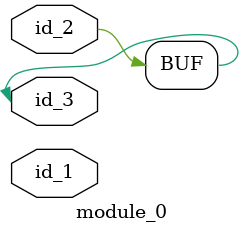
<source format=v>
module module_0 (
    id_1,
    id_2,
    id_3
);
  inout id_3;
  inout id_2;
  inout id_1;
  assign id_3 = id_2;
endmodule

</source>
